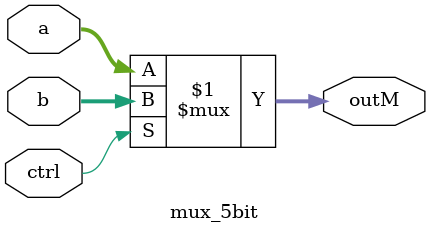
<source format=v>
module mux_5bit(a, b, ctrl, outM);

	input [4:0] a, b;
	input ctrl;
	output [4:0] outM;

	// If ctrl = 1 -> b
	// If ctrl = 0 -> a
	assign outM = (ctrl) ? b : a;

endmodule

</source>
